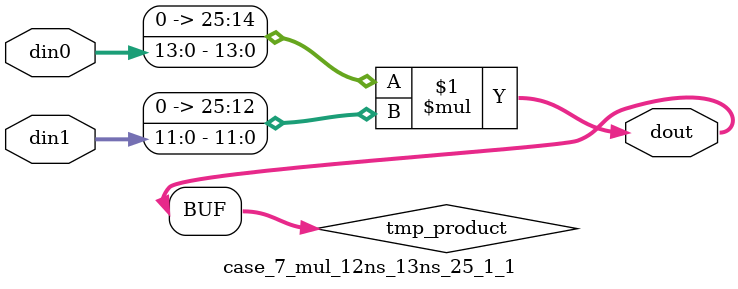
<source format=v>

`timescale 1 ns / 1 ps

 (* use_dsp = "no" *)  module case_7_mul_12ns_13ns_25_1_1(din0, din1, dout);
parameter ID = 1;
parameter NUM_STAGE = 0;
parameter din0_WIDTH = 14;
parameter din1_WIDTH = 12;
parameter dout_WIDTH = 26;

input [din0_WIDTH - 1 : 0] din0; 
input [din1_WIDTH - 1 : 0] din1; 
output [dout_WIDTH - 1 : 0] dout;

wire signed [dout_WIDTH - 1 : 0] tmp_product;
























assign tmp_product = $signed({1'b0, din0}) * $signed({1'b0, din1});











assign dout = tmp_product;





















endmodule

</source>
